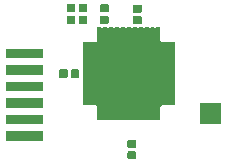
<source format=gbr>
G04 #@! TF.GenerationSoftware,KiCad,Pcbnew,(5.1.2)-1*
G04 #@! TF.CreationDate,2020-11-19T11:24:46+01:00*
G04 #@! TF.ProjectId,HB-ES-PMSwX-Pl_GosoundSP111,48422d45-532d-4504-9d53-77582d506c5f,rev?*
G04 #@! TF.SameCoordinates,Original*
G04 #@! TF.FileFunction,Soldermask,Bot*
G04 #@! TF.FilePolarity,Negative*
%FSLAX46Y46*%
G04 Gerber Fmt 4.6, Leading zero omitted, Abs format (unit mm)*
G04 Created by KiCad (PCBNEW (5.1.2)-1) date 2020-11-19 11:24:46*
%MOMM*%
%LPD*%
G04 APERTURE LIST*
%ADD10C,0.100000*%
G04 APERTURE END LIST*
D10*
G36*
X120296938Y-69963916D02*
G01*
X120317557Y-69970171D01*
X120336553Y-69980324D01*
X120353208Y-69993992D01*
X120366876Y-70010647D01*
X120377029Y-70029643D01*
X120383284Y-70050262D01*
X120386000Y-70077840D01*
X120386000Y-70536560D01*
X120383284Y-70564138D01*
X120377029Y-70584757D01*
X120366876Y-70603753D01*
X120353208Y-70620408D01*
X120336553Y-70634076D01*
X120317557Y-70644229D01*
X120296938Y-70650484D01*
X120269360Y-70653200D01*
X119760640Y-70653200D01*
X119733062Y-70650484D01*
X119712443Y-70644229D01*
X119693447Y-70634076D01*
X119676792Y-70620408D01*
X119663124Y-70603753D01*
X119652971Y-70584757D01*
X119646716Y-70564138D01*
X119644000Y-70536560D01*
X119644000Y-70077840D01*
X119646716Y-70050262D01*
X119652971Y-70029643D01*
X119663124Y-70010647D01*
X119676792Y-69993992D01*
X119693447Y-69980324D01*
X119712443Y-69970171D01*
X119733062Y-69963916D01*
X119760640Y-69961200D01*
X120269360Y-69961200D01*
X120296938Y-69963916D01*
X120296938Y-69963916D01*
G37*
G36*
X120296938Y-68993916D02*
G01*
X120317557Y-69000171D01*
X120336553Y-69010324D01*
X120353208Y-69023992D01*
X120366876Y-69040647D01*
X120377029Y-69059643D01*
X120383284Y-69080262D01*
X120386000Y-69107840D01*
X120386000Y-69566560D01*
X120383284Y-69594138D01*
X120377029Y-69614757D01*
X120366876Y-69633753D01*
X120353208Y-69650408D01*
X120336553Y-69664076D01*
X120317557Y-69674229D01*
X120296938Y-69680484D01*
X120269360Y-69683200D01*
X119760640Y-69683200D01*
X119733062Y-69680484D01*
X119712443Y-69674229D01*
X119693447Y-69664076D01*
X119676792Y-69650408D01*
X119663124Y-69633753D01*
X119652971Y-69614757D01*
X119646716Y-69594138D01*
X119644000Y-69566560D01*
X119644000Y-69107840D01*
X119646716Y-69080262D01*
X119652971Y-69059643D01*
X119663124Y-69040647D01*
X119676792Y-69023992D01*
X119693447Y-69010324D01*
X119712443Y-69000171D01*
X119733062Y-68993916D01*
X119760640Y-68991200D01*
X120269360Y-68991200D01*
X120296938Y-68993916D01*
X120296938Y-68993916D01*
G37*
G36*
X112460100Y-69061000D02*
G01*
X109358100Y-69061000D01*
X109358100Y-68259000D01*
X112460100Y-68259000D01*
X112460100Y-69061000D01*
X112460100Y-69061000D01*
G37*
G36*
X127570800Y-67677600D02*
G01*
X125768800Y-67677600D01*
X125768800Y-65875600D01*
X127570800Y-65875600D01*
X127570800Y-67677600D01*
X127570800Y-67677600D01*
G37*
G36*
X112460100Y-67661000D02*
G01*
X109358100Y-67661000D01*
X109358100Y-66859000D01*
X112460100Y-66859000D01*
X112460100Y-67661000D01*
X112460100Y-67661000D01*
G37*
G36*
X117416355Y-59473483D02*
G01*
X117421029Y-59474901D01*
X117425330Y-59477200D01*
X117431702Y-59482429D01*
X117452076Y-59496043D01*
X117474715Y-59505420D01*
X117498749Y-59510200D01*
X117523253Y-59510200D01*
X117547286Y-59505419D01*
X117569925Y-59496042D01*
X117590298Y-59482429D01*
X117596670Y-59477200D01*
X117600971Y-59474901D01*
X117605645Y-59473483D01*
X117616641Y-59472400D01*
X117905359Y-59472400D01*
X117916355Y-59473483D01*
X117921029Y-59474901D01*
X117925330Y-59477200D01*
X117931702Y-59482429D01*
X117952076Y-59496043D01*
X117974715Y-59505420D01*
X117998749Y-59510200D01*
X118023253Y-59510200D01*
X118047286Y-59505419D01*
X118069925Y-59496042D01*
X118090298Y-59482429D01*
X118096670Y-59477200D01*
X118100971Y-59474901D01*
X118105645Y-59473483D01*
X118116641Y-59472400D01*
X118405359Y-59472400D01*
X118416355Y-59473483D01*
X118421029Y-59474901D01*
X118425330Y-59477200D01*
X118431702Y-59482429D01*
X118452076Y-59496043D01*
X118474715Y-59505420D01*
X118498749Y-59510200D01*
X118523253Y-59510200D01*
X118547286Y-59505419D01*
X118569925Y-59496042D01*
X118590298Y-59482429D01*
X118596670Y-59477200D01*
X118600971Y-59474901D01*
X118605645Y-59473483D01*
X118616641Y-59472400D01*
X118905359Y-59472400D01*
X118916355Y-59473483D01*
X118921029Y-59474901D01*
X118925330Y-59477200D01*
X118931702Y-59482429D01*
X118952076Y-59496043D01*
X118974715Y-59505420D01*
X118998749Y-59510200D01*
X119023253Y-59510200D01*
X119047286Y-59505419D01*
X119069925Y-59496042D01*
X119090298Y-59482429D01*
X119096670Y-59477200D01*
X119100971Y-59474901D01*
X119105645Y-59473483D01*
X119116641Y-59472400D01*
X119405359Y-59472400D01*
X119416355Y-59473483D01*
X119421029Y-59474901D01*
X119425330Y-59477200D01*
X119431702Y-59482429D01*
X119452076Y-59496043D01*
X119474715Y-59505420D01*
X119498749Y-59510200D01*
X119523253Y-59510200D01*
X119547286Y-59505419D01*
X119569925Y-59496042D01*
X119590298Y-59482429D01*
X119596670Y-59477200D01*
X119600971Y-59474901D01*
X119605645Y-59473483D01*
X119616641Y-59472400D01*
X119905359Y-59472400D01*
X119916355Y-59473483D01*
X119921029Y-59474901D01*
X119925330Y-59477200D01*
X119931702Y-59482429D01*
X119952076Y-59496043D01*
X119974715Y-59505420D01*
X119998749Y-59510200D01*
X120023253Y-59510200D01*
X120047286Y-59505419D01*
X120069925Y-59496042D01*
X120090298Y-59482429D01*
X120096670Y-59477200D01*
X120100971Y-59474901D01*
X120105645Y-59473483D01*
X120116641Y-59472400D01*
X120405359Y-59472400D01*
X120416355Y-59473483D01*
X120421029Y-59474901D01*
X120425330Y-59477200D01*
X120431702Y-59482429D01*
X120452076Y-59496043D01*
X120474715Y-59505420D01*
X120498749Y-59510200D01*
X120523253Y-59510200D01*
X120547286Y-59505419D01*
X120569925Y-59496042D01*
X120590298Y-59482429D01*
X120596670Y-59477200D01*
X120600971Y-59474901D01*
X120605645Y-59473483D01*
X120616641Y-59472400D01*
X120905359Y-59472400D01*
X120916355Y-59473483D01*
X120921029Y-59474901D01*
X120925330Y-59477200D01*
X120931702Y-59482429D01*
X120952076Y-59496043D01*
X120974715Y-59505420D01*
X120998749Y-59510200D01*
X121023253Y-59510200D01*
X121047286Y-59505419D01*
X121069925Y-59496042D01*
X121090298Y-59482429D01*
X121096670Y-59477200D01*
X121100971Y-59474901D01*
X121105645Y-59473483D01*
X121116641Y-59472400D01*
X121405359Y-59472400D01*
X121416355Y-59473483D01*
X121421029Y-59474901D01*
X121425330Y-59477200D01*
X121431702Y-59482429D01*
X121452076Y-59496043D01*
X121474715Y-59505420D01*
X121498749Y-59510200D01*
X121523253Y-59510200D01*
X121547286Y-59505419D01*
X121569925Y-59496042D01*
X121590298Y-59482429D01*
X121596670Y-59477200D01*
X121600971Y-59474901D01*
X121605645Y-59473483D01*
X121616641Y-59472400D01*
X121905359Y-59472400D01*
X121916355Y-59473483D01*
X121921029Y-59474901D01*
X121925330Y-59477200D01*
X121931702Y-59482429D01*
X121952076Y-59496043D01*
X121974715Y-59505420D01*
X121998749Y-59510200D01*
X122023253Y-59510200D01*
X122047286Y-59505419D01*
X122069925Y-59496042D01*
X122090298Y-59482429D01*
X122096670Y-59477200D01*
X122100971Y-59474901D01*
X122105645Y-59473483D01*
X122116641Y-59472400D01*
X122405359Y-59472400D01*
X122416355Y-59473483D01*
X122421029Y-59474901D01*
X122425331Y-59477200D01*
X122429104Y-59480296D01*
X122432200Y-59484069D01*
X122434499Y-59488371D01*
X122435917Y-59493045D01*
X122437000Y-59504041D01*
X122437000Y-60597401D01*
X122439402Y-60621787D01*
X122446515Y-60645236D01*
X122458066Y-60666847D01*
X122473611Y-60685789D01*
X122492553Y-60701334D01*
X122514164Y-60712885D01*
X122537613Y-60719998D01*
X122561999Y-60722400D01*
X123655359Y-60722400D01*
X123666355Y-60723483D01*
X123671029Y-60724901D01*
X123675331Y-60727200D01*
X123679104Y-60730296D01*
X123682200Y-60734069D01*
X123684499Y-60738371D01*
X123685917Y-60743045D01*
X123687000Y-60754041D01*
X123687000Y-61042759D01*
X123685917Y-61053755D01*
X123684499Y-61058429D01*
X123682200Y-61062730D01*
X123676971Y-61069102D01*
X123663357Y-61089476D01*
X123653980Y-61112115D01*
X123649200Y-61136149D01*
X123649200Y-61160653D01*
X123653981Y-61184686D01*
X123663358Y-61207325D01*
X123676971Y-61227698D01*
X123682200Y-61234070D01*
X123684499Y-61238371D01*
X123685917Y-61243045D01*
X123687000Y-61254041D01*
X123687000Y-61542759D01*
X123685917Y-61553755D01*
X123684499Y-61558429D01*
X123682200Y-61562730D01*
X123676971Y-61569102D01*
X123663357Y-61589476D01*
X123653980Y-61612115D01*
X123649200Y-61636149D01*
X123649200Y-61660653D01*
X123653981Y-61684686D01*
X123663358Y-61707325D01*
X123676971Y-61727698D01*
X123682200Y-61734070D01*
X123684499Y-61738371D01*
X123685917Y-61743045D01*
X123687000Y-61754041D01*
X123687000Y-62042759D01*
X123685917Y-62053755D01*
X123684499Y-62058429D01*
X123682200Y-62062730D01*
X123676971Y-62069102D01*
X123663357Y-62089476D01*
X123653980Y-62112115D01*
X123649200Y-62136149D01*
X123649200Y-62160653D01*
X123653981Y-62184686D01*
X123663358Y-62207325D01*
X123676971Y-62227698D01*
X123682200Y-62234070D01*
X123684499Y-62238371D01*
X123685917Y-62243045D01*
X123687000Y-62254041D01*
X123687000Y-62542759D01*
X123685917Y-62553755D01*
X123684499Y-62558429D01*
X123682200Y-62562730D01*
X123676971Y-62569102D01*
X123663357Y-62589476D01*
X123653980Y-62612115D01*
X123649200Y-62636149D01*
X123649200Y-62660653D01*
X123653981Y-62684686D01*
X123663358Y-62707325D01*
X123676971Y-62727698D01*
X123682200Y-62734070D01*
X123684499Y-62738371D01*
X123685917Y-62743045D01*
X123687000Y-62754041D01*
X123687000Y-63042759D01*
X123685917Y-63053755D01*
X123684499Y-63058429D01*
X123682200Y-63062730D01*
X123676971Y-63069102D01*
X123663357Y-63089476D01*
X123653980Y-63112115D01*
X123649200Y-63136149D01*
X123649200Y-63160653D01*
X123653981Y-63184686D01*
X123663358Y-63207325D01*
X123676971Y-63227698D01*
X123682200Y-63234070D01*
X123684499Y-63238371D01*
X123685917Y-63243045D01*
X123687000Y-63254041D01*
X123687000Y-63542759D01*
X123685917Y-63553755D01*
X123684499Y-63558429D01*
X123682200Y-63562730D01*
X123676971Y-63569102D01*
X123663357Y-63589476D01*
X123653980Y-63612115D01*
X123649200Y-63636149D01*
X123649200Y-63660653D01*
X123653981Y-63684686D01*
X123663358Y-63707325D01*
X123676971Y-63727698D01*
X123682200Y-63734070D01*
X123684499Y-63738371D01*
X123685917Y-63743045D01*
X123687000Y-63754041D01*
X123687000Y-64042759D01*
X123685917Y-64053755D01*
X123684499Y-64058429D01*
X123682200Y-64062730D01*
X123676971Y-64069102D01*
X123663357Y-64089476D01*
X123653980Y-64112115D01*
X123649200Y-64136149D01*
X123649200Y-64160653D01*
X123653981Y-64184686D01*
X123663358Y-64207325D01*
X123676971Y-64227698D01*
X123682200Y-64234070D01*
X123684499Y-64238371D01*
X123685917Y-64243045D01*
X123687000Y-64254041D01*
X123687000Y-64542759D01*
X123685917Y-64553755D01*
X123684499Y-64558429D01*
X123682200Y-64562730D01*
X123676971Y-64569102D01*
X123663357Y-64589476D01*
X123653980Y-64612115D01*
X123649200Y-64636149D01*
X123649200Y-64660653D01*
X123653981Y-64684686D01*
X123663358Y-64707325D01*
X123676971Y-64727698D01*
X123682200Y-64734070D01*
X123684499Y-64738371D01*
X123685917Y-64743045D01*
X123687000Y-64754041D01*
X123687000Y-65042759D01*
X123685917Y-65053755D01*
X123684499Y-65058429D01*
X123682200Y-65062730D01*
X123676971Y-65069102D01*
X123663357Y-65089476D01*
X123653980Y-65112115D01*
X123649200Y-65136149D01*
X123649200Y-65160653D01*
X123653981Y-65184686D01*
X123663358Y-65207325D01*
X123676971Y-65227698D01*
X123682200Y-65234070D01*
X123684499Y-65238371D01*
X123685917Y-65243045D01*
X123687000Y-65254041D01*
X123687000Y-65542759D01*
X123685917Y-65553755D01*
X123684499Y-65558429D01*
X123682200Y-65562730D01*
X123676971Y-65569102D01*
X123663357Y-65589476D01*
X123653980Y-65612115D01*
X123649200Y-65636149D01*
X123649200Y-65660653D01*
X123653981Y-65684686D01*
X123663358Y-65707325D01*
X123676971Y-65727698D01*
X123682200Y-65734070D01*
X123684499Y-65738371D01*
X123685917Y-65743045D01*
X123687000Y-65754041D01*
X123687000Y-66042759D01*
X123685917Y-66053755D01*
X123684499Y-66058429D01*
X123682200Y-66062731D01*
X123679104Y-66066504D01*
X123675331Y-66069600D01*
X123671029Y-66071899D01*
X123666355Y-66073317D01*
X123655359Y-66074400D01*
X122561999Y-66074400D01*
X122537613Y-66076802D01*
X122514164Y-66083915D01*
X122492553Y-66095466D01*
X122473611Y-66111011D01*
X122458066Y-66129953D01*
X122446515Y-66151564D01*
X122439402Y-66175013D01*
X122437000Y-66199399D01*
X122437000Y-67292759D01*
X122435917Y-67303755D01*
X122434499Y-67308429D01*
X122432200Y-67312731D01*
X122429104Y-67316504D01*
X122425331Y-67319600D01*
X122421029Y-67321899D01*
X122416355Y-67323317D01*
X122405359Y-67324400D01*
X122116641Y-67324400D01*
X122105645Y-67323317D01*
X122100971Y-67321899D01*
X122096670Y-67319600D01*
X122090298Y-67314371D01*
X122069924Y-67300757D01*
X122047285Y-67291380D01*
X122023251Y-67286600D01*
X121998747Y-67286600D01*
X121974714Y-67291381D01*
X121952075Y-67300758D01*
X121931702Y-67314371D01*
X121925330Y-67319600D01*
X121921029Y-67321899D01*
X121916355Y-67323317D01*
X121905359Y-67324400D01*
X121616641Y-67324400D01*
X121605645Y-67323317D01*
X121600971Y-67321899D01*
X121596670Y-67319600D01*
X121590298Y-67314371D01*
X121569924Y-67300757D01*
X121547285Y-67291380D01*
X121523251Y-67286600D01*
X121498747Y-67286600D01*
X121474714Y-67291381D01*
X121452075Y-67300758D01*
X121431702Y-67314371D01*
X121425330Y-67319600D01*
X121421029Y-67321899D01*
X121416355Y-67323317D01*
X121405359Y-67324400D01*
X121116641Y-67324400D01*
X121105645Y-67323317D01*
X121100971Y-67321899D01*
X121096670Y-67319600D01*
X121090298Y-67314371D01*
X121069924Y-67300757D01*
X121047285Y-67291380D01*
X121023251Y-67286600D01*
X120998747Y-67286600D01*
X120974714Y-67291381D01*
X120952075Y-67300758D01*
X120931702Y-67314371D01*
X120925330Y-67319600D01*
X120921029Y-67321899D01*
X120916355Y-67323317D01*
X120905359Y-67324400D01*
X120616641Y-67324400D01*
X120605645Y-67323317D01*
X120600971Y-67321899D01*
X120596670Y-67319600D01*
X120590298Y-67314371D01*
X120569924Y-67300757D01*
X120547285Y-67291380D01*
X120523251Y-67286600D01*
X120498747Y-67286600D01*
X120474714Y-67291381D01*
X120452075Y-67300758D01*
X120431702Y-67314371D01*
X120425330Y-67319600D01*
X120421029Y-67321899D01*
X120416355Y-67323317D01*
X120405359Y-67324400D01*
X120116641Y-67324400D01*
X120105645Y-67323317D01*
X120100971Y-67321899D01*
X120096670Y-67319600D01*
X120090298Y-67314371D01*
X120069924Y-67300757D01*
X120047285Y-67291380D01*
X120023251Y-67286600D01*
X119998747Y-67286600D01*
X119974714Y-67291381D01*
X119952075Y-67300758D01*
X119931702Y-67314371D01*
X119925330Y-67319600D01*
X119921029Y-67321899D01*
X119916355Y-67323317D01*
X119905359Y-67324400D01*
X119616641Y-67324400D01*
X119605645Y-67323317D01*
X119600971Y-67321899D01*
X119596670Y-67319600D01*
X119590298Y-67314371D01*
X119569924Y-67300757D01*
X119547285Y-67291380D01*
X119523251Y-67286600D01*
X119498747Y-67286600D01*
X119474714Y-67291381D01*
X119452075Y-67300758D01*
X119431702Y-67314371D01*
X119425330Y-67319600D01*
X119421029Y-67321899D01*
X119416355Y-67323317D01*
X119405359Y-67324400D01*
X119116641Y-67324400D01*
X119105645Y-67323317D01*
X119100971Y-67321899D01*
X119096670Y-67319600D01*
X119090298Y-67314371D01*
X119069924Y-67300757D01*
X119047285Y-67291380D01*
X119023251Y-67286600D01*
X118998747Y-67286600D01*
X118974714Y-67291381D01*
X118952075Y-67300758D01*
X118931702Y-67314371D01*
X118925330Y-67319600D01*
X118921029Y-67321899D01*
X118916355Y-67323317D01*
X118905359Y-67324400D01*
X118616641Y-67324400D01*
X118605645Y-67323317D01*
X118600971Y-67321899D01*
X118596670Y-67319600D01*
X118590298Y-67314371D01*
X118569924Y-67300757D01*
X118547285Y-67291380D01*
X118523251Y-67286600D01*
X118498747Y-67286600D01*
X118474714Y-67291381D01*
X118452075Y-67300758D01*
X118431702Y-67314371D01*
X118425330Y-67319600D01*
X118421029Y-67321899D01*
X118416355Y-67323317D01*
X118405359Y-67324400D01*
X118116641Y-67324400D01*
X118105645Y-67323317D01*
X118100971Y-67321899D01*
X118096670Y-67319600D01*
X118090298Y-67314371D01*
X118069924Y-67300757D01*
X118047285Y-67291380D01*
X118023251Y-67286600D01*
X117998747Y-67286600D01*
X117974714Y-67291381D01*
X117952075Y-67300758D01*
X117931702Y-67314371D01*
X117925330Y-67319600D01*
X117921029Y-67321899D01*
X117916355Y-67323317D01*
X117905359Y-67324400D01*
X117616641Y-67324400D01*
X117605645Y-67323317D01*
X117600971Y-67321899D01*
X117596670Y-67319600D01*
X117590298Y-67314371D01*
X117569924Y-67300757D01*
X117547285Y-67291380D01*
X117523251Y-67286600D01*
X117498747Y-67286600D01*
X117474714Y-67291381D01*
X117452075Y-67300758D01*
X117431702Y-67314371D01*
X117425330Y-67319600D01*
X117421029Y-67321899D01*
X117416355Y-67323317D01*
X117405359Y-67324400D01*
X117116641Y-67324400D01*
X117105645Y-67323317D01*
X117100971Y-67321899D01*
X117096669Y-67319600D01*
X117092896Y-67316504D01*
X117089800Y-67312731D01*
X117087501Y-67308429D01*
X117086083Y-67303755D01*
X117085000Y-67292759D01*
X117085000Y-66199399D01*
X117082598Y-66175013D01*
X117075485Y-66151564D01*
X117063934Y-66129953D01*
X117048389Y-66111011D01*
X117029447Y-66095466D01*
X117007836Y-66083915D01*
X116984387Y-66076802D01*
X116960001Y-66074400D01*
X115866641Y-66074400D01*
X115855645Y-66073317D01*
X115850971Y-66071899D01*
X115846669Y-66069600D01*
X115842896Y-66066504D01*
X115839800Y-66062731D01*
X115837501Y-66058429D01*
X115836083Y-66053755D01*
X115835000Y-66042759D01*
X115835000Y-65754041D01*
X115836083Y-65743045D01*
X115837501Y-65738371D01*
X115839800Y-65734070D01*
X115845029Y-65727698D01*
X115858643Y-65707324D01*
X115868020Y-65684685D01*
X115872800Y-65660651D01*
X115872800Y-65636147D01*
X115868019Y-65612114D01*
X115858642Y-65589475D01*
X115845029Y-65569102D01*
X115839800Y-65562730D01*
X115837501Y-65558429D01*
X115836083Y-65553755D01*
X115835000Y-65542759D01*
X115835000Y-65254041D01*
X115836083Y-65243045D01*
X115837501Y-65238371D01*
X115839800Y-65234070D01*
X115845029Y-65227698D01*
X115858643Y-65207324D01*
X115868020Y-65184685D01*
X115872800Y-65160651D01*
X115872800Y-65136147D01*
X115868019Y-65112114D01*
X115858642Y-65089475D01*
X115845029Y-65069102D01*
X115839800Y-65062730D01*
X115837501Y-65058429D01*
X115836083Y-65053755D01*
X115835000Y-65042759D01*
X115835000Y-64754041D01*
X115836083Y-64743045D01*
X115837501Y-64738371D01*
X115839800Y-64734070D01*
X115845029Y-64727698D01*
X115858643Y-64707324D01*
X115868020Y-64684685D01*
X115872800Y-64660651D01*
X115872800Y-64636147D01*
X115868019Y-64612114D01*
X115858642Y-64589475D01*
X115845029Y-64569102D01*
X115839800Y-64562730D01*
X115837501Y-64558429D01*
X115836083Y-64553755D01*
X115835000Y-64542759D01*
X115835000Y-64254041D01*
X115836083Y-64243045D01*
X115837501Y-64238371D01*
X115839800Y-64234070D01*
X115845029Y-64227698D01*
X115858643Y-64207324D01*
X115868020Y-64184685D01*
X115872800Y-64160651D01*
X115872800Y-64136147D01*
X115868019Y-64112114D01*
X115858642Y-64089475D01*
X115845029Y-64069102D01*
X115839800Y-64062730D01*
X115837501Y-64058429D01*
X115836083Y-64053755D01*
X115835000Y-64042759D01*
X115835000Y-63754041D01*
X115836083Y-63743045D01*
X115837501Y-63738371D01*
X115839800Y-63734070D01*
X115845029Y-63727698D01*
X115858643Y-63707324D01*
X115868020Y-63684685D01*
X115872800Y-63660651D01*
X115872800Y-63636147D01*
X115868019Y-63612114D01*
X115858642Y-63589475D01*
X115845029Y-63569102D01*
X115839800Y-63562730D01*
X115837501Y-63558429D01*
X115836083Y-63553755D01*
X115835000Y-63542759D01*
X115835000Y-63254041D01*
X115836083Y-63243045D01*
X115837501Y-63238371D01*
X115839800Y-63234070D01*
X115845029Y-63227698D01*
X115858643Y-63207324D01*
X115868020Y-63184685D01*
X115872800Y-63160651D01*
X115872800Y-63136147D01*
X115868019Y-63112114D01*
X115858642Y-63089475D01*
X115845029Y-63069102D01*
X115839800Y-63062730D01*
X115837501Y-63058429D01*
X115836083Y-63053755D01*
X115835000Y-63042759D01*
X115835000Y-62754041D01*
X115836083Y-62743045D01*
X115837501Y-62738371D01*
X115839800Y-62734070D01*
X115845029Y-62727698D01*
X115858643Y-62707324D01*
X115868020Y-62684685D01*
X115872800Y-62660651D01*
X115872800Y-62636147D01*
X115868019Y-62612114D01*
X115858642Y-62589475D01*
X115845029Y-62569102D01*
X115839800Y-62562730D01*
X115837501Y-62558429D01*
X115836083Y-62553755D01*
X115835000Y-62542759D01*
X115835000Y-62254041D01*
X115836083Y-62243045D01*
X115837501Y-62238371D01*
X115839800Y-62234070D01*
X115845029Y-62227698D01*
X115858643Y-62207324D01*
X115868020Y-62184685D01*
X115872800Y-62160651D01*
X115872800Y-62136147D01*
X115868019Y-62112114D01*
X115858642Y-62089475D01*
X115845029Y-62069102D01*
X115839800Y-62062730D01*
X115837501Y-62058429D01*
X115836083Y-62053755D01*
X115835000Y-62042759D01*
X115835000Y-61754041D01*
X115836083Y-61743045D01*
X115837501Y-61738371D01*
X115839800Y-61734070D01*
X115845029Y-61727698D01*
X115858643Y-61707324D01*
X115868020Y-61684685D01*
X115872800Y-61660651D01*
X115872800Y-61636147D01*
X115868019Y-61612114D01*
X115858642Y-61589475D01*
X115845029Y-61569102D01*
X115839800Y-61562730D01*
X115837501Y-61558429D01*
X115836083Y-61553755D01*
X115835000Y-61542759D01*
X115835000Y-61254041D01*
X115836083Y-61243045D01*
X115837501Y-61238371D01*
X115839800Y-61234070D01*
X115845029Y-61227698D01*
X115858643Y-61207324D01*
X115868020Y-61184685D01*
X115872800Y-61160651D01*
X115872800Y-61136147D01*
X115868019Y-61112114D01*
X115858642Y-61089475D01*
X115845029Y-61069102D01*
X115839800Y-61062730D01*
X115837501Y-61058429D01*
X115836083Y-61053755D01*
X115835000Y-61042759D01*
X115835000Y-60754041D01*
X115836083Y-60743045D01*
X115837501Y-60738371D01*
X115839800Y-60734069D01*
X115842896Y-60730296D01*
X115846669Y-60727200D01*
X115850971Y-60724901D01*
X115855645Y-60723483D01*
X115866641Y-60722400D01*
X116960001Y-60722400D01*
X116984387Y-60719998D01*
X117007836Y-60712885D01*
X117029447Y-60701334D01*
X117048389Y-60685789D01*
X117063934Y-60666847D01*
X117075485Y-60645236D01*
X117082598Y-60621787D01*
X117085000Y-60597401D01*
X117085000Y-59504041D01*
X117086083Y-59493045D01*
X117087501Y-59488371D01*
X117089800Y-59484069D01*
X117092896Y-59480296D01*
X117096669Y-59477200D01*
X117100971Y-59474901D01*
X117105645Y-59473483D01*
X117116641Y-59472400D01*
X117405359Y-59472400D01*
X117416355Y-59473483D01*
X117416355Y-59473483D01*
G37*
G36*
X112460100Y-66261000D02*
G01*
X109358100Y-66261000D01*
X109358100Y-65459000D01*
X112460100Y-65459000D01*
X112460100Y-66261000D01*
X112460100Y-66261000D01*
G37*
G36*
X112460100Y-64861000D02*
G01*
X109358100Y-64861000D01*
X109358100Y-64059000D01*
X112460100Y-64059000D01*
X112460100Y-64861000D01*
X112460100Y-64861000D01*
G37*
G36*
X114480738Y-63030116D02*
G01*
X114501357Y-63036371D01*
X114520353Y-63046524D01*
X114537008Y-63060192D01*
X114550676Y-63076847D01*
X114560829Y-63095843D01*
X114567084Y-63116462D01*
X114569800Y-63144040D01*
X114569800Y-63652760D01*
X114567084Y-63680338D01*
X114560829Y-63700957D01*
X114550676Y-63719953D01*
X114537008Y-63736608D01*
X114520353Y-63750276D01*
X114501357Y-63760429D01*
X114480738Y-63766684D01*
X114453160Y-63769400D01*
X113994440Y-63769400D01*
X113966862Y-63766684D01*
X113946243Y-63760429D01*
X113927247Y-63750276D01*
X113910592Y-63736608D01*
X113896924Y-63719953D01*
X113886771Y-63700957D01*
X113880516Y-63680338D01*
X113877800Y-63652760D01*
X113877800Y-63144040D01*
X113880516Y-63116462D01*
X113886771Y-63095843D01*
X113896924Y-63076847D01*
X113910592Y-63060192D01*
X113927247Y-63046524D01*
X113946243Y-63036371D01*
X113966862Y-63030116D01*
X113994440Y-63027400D01*
X114453160Y-63027400D01*
X114480738Y-63030116D01*
X114480738Y-63030116D01*
G37*
G36*
X115450738Y-63030116D02*
G01*
X115471357Y-63036371D01*
X115490353Y-63046524D01*
X115507008Y-63060192D01*
X115520676Y-63076847D01*
X115530829Y-63095843D01*
X115537084Y-63116462D01*
X115539800Y-63144040D01*
X115539800Y-63652760D01*
X115537084Y-63680338D01*
X115530829Y-63700957D01*
X115520676Y-63719953D01*
X115507008Y-63736608D01*
X115490353Y-63750276D01*
X115471357Y-63760429D01*
X115450738Y-63766684D01*
X115423160Y-63769400D01*
X114964440Y-63769400D01*
X114936862Y-63766684D01*
X114916243Y-63760429D01*
X114897247Y-63750276D01*
X114880592Y-63736608D01*
X114866924Y-63719953D01*
X114856771Y-63700957D01*
X114850516Y-63680338D01*
X114847800Y-63652760D01*
X114847800Y-63144040D01*
X114850516Y-63116462D01*
X114856771Y-63095843D01*
X114866924Y-63076847D01*
X114880592Y-63060192D01*
X114897247Y-63046524D01*
X114916243Y-63036371D01*
X114936862Y-63030116D01*
X114964440Y-63027400D01*
X115423160Y-63027400D01*
X115450738Y-63030116D01*
X115450738Y-63030116D01*
G37*
G36*
X112460100Y-63461000D02*
G01*
X109358100Y-63461000D01*
X109358100Y-62659000D01*
X112460100Y-62659000D01*
X112460100Y-63461000D01*
X112460100Y-63461000D01*
G37*
G36*
X112460100Y-62061000D02*
G01*
X109358100Y-62061000D01*
X109358100Y-61259000D01*
X112460100Y-61259000D01*
X112460100Y-62061000D01*
X112460100Y-62061000D01*
G37*
G36*
X120754138Y-58508516D02*
G01*
X120774757Y-58514771D01*
X120793753Y-58524924D01*
X120810408Y-58538592D01*
X120824076Y-58555247D01*
X120834229Y-58574243D01*
X120840484Y-58594862D01*
X120843200Y-58622440D01*
X120843200Y-59081160D01*
X120840484Y-59108738D01*
X120834229Y-59129357D01*
X120824076Y-59148353D01*
X120810408Y-59165008D01*
X120793753Y-59178676D01*
X120774757Y-59188829D01*
X120754138Y-59195084D01*
X120726560Y-59197800D01*
X120217840Y-59197800D01*
X120190262Y-59195084D01*
X120169643Y-59188829D01*
X120150647Y-59178676D01*
X120133992Y-59165008D01*
X120120324Y-59148353D01*
X120110171Y-59129357D01*
X120103916Y-59108738D01*
X120101200Y-59081160D01*
X120101200Y-58622440D01*
X120103916Y-58594862D01*
X120110171Y-58574243D01*
X120120324Y-58555247D01*
X120133992Y-58538592D01*
X120150647Y-58524924D01*
X120169643Y-58514771D01*
X120190262Y-58508516D01*
X120217840Y-58505800D01*
X120726560Y-58505800D01*
X120754138Y-58508516D01*
X120754138Y-58508516D01*
G37*
G36*
X115140738Y-58487916D02*
G01*
X115161357Y-58494171D01*
X115180353Y-58504324D01*
X115197008Y-58517992D01*
X115210676Y-58534647D01*
X115220829Y-58553643D01*
X115227084Y-58574262D01*
X115229800Y-58601840D01*
X115229800Y-59060560D01*
X115227084Y-59088138D01*
X115220829Y-59108757D01*
X115210676Y-59127753D01*
X115197008Y-59144408D01*
X115180353Y-59158076D01*
X115161357Y-59168229D01*
X115140738Y-59174484D01*
X115113160Y-59177200D01*
X114604440Y-59177200D01*
X114576862Y-59174484D01*
X114556243Y-59168229D01*
X114537247Y-59158076D01*
X114520592Y-59144408D01*
X114506924Y-59127753D01*
X114496771Y-59108757D01*
X114490516Y-59088138D01*
X114487800Y-59060560D01*
X114487800Y-58601840D01*
X114490516Y-58574262D01*
X114496771Y-58553643D01*
X114506924Y-58534647D01*
X114520592Y-58517992D01*
X114537247Y-58504324D01*
X114556243Y-58494171D01*
X114576862Y-58487916D01*
X114604440Y-58485200D01*
X115113160Y-58485200D01*
X115140738Y-58487916D01*
X115140738Y-58487916D01*
G37*
G36*
X116156738Y-58487916D02*
G01*
X116177357Y-58494171D01*
X116196353Y-58504324D01*
X116213008Y-58517992D01*
X116226676Y-58534647D01*
X116236829Y-58553643D01*
X116243084Y-58574262D01*
X116245800Y-58601840D01*
X116245800Y-59060560D01*
X116243084Y-59088138D01*
X116236829Y-59108757D01*
X116226676Y-59127753D01*
X116213008Y-59144408D01*
X116196353Y-59158076D01*
X116177357Y-59168229D01*
X116156738Y-59174484D01*
X116129160Y-59177200D01*
X115620440Y-59177200D01*
X115592862Y-59174484D01*
X115572243Y-59168229D01*
X115553247Y-59158076D01*
X115536592Y-59144408D01*
X115522924Y-59127753D01*
X115512771Y-59108757D01*
X115506516Y-59088138D01*
X115503800Y-59060560D01*
X115503800Y-58601840D01*
X115506516Y-58574262D01*
X115512771Y-58553643D01*
X115522924Y-58534647D01*
X115536592Y-58517992D01*
X115553247Y-58504324D01*
X115572243Y-58494171D01*
X115592862Y-58487916D01*
X115620440Y-58485200D01*
X116129160Y-58485200D01*
X116156738Y-58487916D01*
X116156738Y-58487916D01*
G37*
G36*
X117960138Y-58485516D02*
G01*
X117980757Y-58491771D01*
X117999753Y-58501924D01*
X118016408Y-58515592D01*
X118030076Y-58532247D01*
X118040229Y-58551243D01*
X118046484Y-58571862D01*
X118049200Y-58599440D01*
X118049200Y-59058160D01*
X118046484Y-59085738D01*
X118040229Y-59106357D01*
X118030076Y-59125353D01*
X118016408Y-59142008D01*
X117999753Y-59155676D01*
X117980757Y-59165829D01*
X117960138Y-59172084D01*
X117932560Y-59174800D01*
X117423840Y-59174800D01*
X117396262Y-59172084D01*
X117375643Y-59165829D01*
X117356647Y-59155676D01*
X117339992Y-59142008D01*
X117326324Y-59125353D01*
X117316171Y-59106357D01*
X117309916Y-59085738D01*
X117307200Y-59058160D01*
X117307200Y-58599440D01*
X117309916Y-58571862D01*
X117316171Y-58551243D01*
X117326324Y-58532247D01*
X117339992Y-58515592D01*
X117356647Y-58501924D01*
X117375643Y-58491771D01*
X117396262Y-58485516D01*
X117423840Y-58482800D01*
X117932560Y-58482800D01*
X117960138Y-58485516D01*
X117960138Y-58485516D01*
G37*
G36*
X120754138Y-57538516D02*
G01*
X120774757Y-57544771D01*
X120793753Y-57554924D01*
X120810408Y-57568592D01*
X120824076Y-57585247D01*
X120834229Y-57604243D01*
X120840484Y-57624862D01*
X120843200Y-57652440D01*
X120843200Y-58111160D01*
X120840484Y-58138738D01*
X120834229Y-58159357D01*
X120824076Y-58178353D01*
X120810408Y-58195008D01*
X120793753Y-58208676D01*
X120774757Y-58218829D01*
X120754138Y-58225084D01*
X120726560Y-58227800D01*
X120217840Y-58227800D01*
X120190262Y-58225084D01*
X120169643Y-58218829D01*
X120150647Y-58208676D01*
X120133992Y-58195008D01*
X120120324Y-58178353D01*
X120110171Y-58159357D01*
X120103916Y-58138738D01*
X120101200Y-58111160D01*
X120101200Y-57652440D01*
X120103916Y-57624862D01*
X120110171Y-57604243D01*
X120120324Y-57585247D01*
X120133992Y-57568592D01*
X120150647Y-57554924D01*
X120169643Y-57544771D01*
X120190262Y-57538516D01*
X120217840Y-57535800D01*
X120726560Y-57535800D01*
X120754138Y-57538516D01*
X120754138Y-57538516D01*
G37*
G36*
X115140738Y-57517916D02*
G01*
X115161357Y-57524171D01*
X115180353Y-57534324D01*
X115197008Y-57547992D01*
X115210676Y-57564647D01*
X115220829Y-57583643D01*
X115227084Y-57604262D01*
X115229800Y-57631840D01*
X115229800Y-58090560D01*
X115227084Y-58118138D01*
X115220829Y-58138757D01*
X115210676Y-58157753D01*
X115197008Y-58174408D01*
X115180353Y-58188076D01*
X115161357Y-58198229D01*
X115140738Y-58204484D01*
X115113160Y-58207200D01*
X114604440Y-58207200D01*
X114576862Y-58204484D01*
X114556243Y-58198229D01*
X114537247Y-58188076D01*
X114520592Y-58174408D01*
X114506924Y-58157753D01*
X114496771Y-58138757D01*
X114490516Y-58118138D01*
X114487800Y-58090560D01*
X114487800Y-57631840D01*
X114490516Y-57604262D01*
X114496771Y-57583643D01*
X114506924Y-57564647D01*
X114520592Y-57547992D01*
X114537247Y-57534324D01*
X114556243Y-57524171D01*
X114576862Y-57517916D01*
X114604440Y-57515200D01*
X115113160Y-57515200D01*
X115140738Y-57517916D01*
X115140738Y-57517916D01*
G37*
G36*
X116156738Y-57517916D02*
G01*
X116177357Y-57524171D01*
X116196353Y-57534324D01*
X116213008Y-57547992D01*
X116226676Y-57564647D01*
X116236829Y-57583643D01*
X116243084Y-57604262D01*
X116245800Y-57631840D01*
X116245800Y-58090560D01*
X116243084Y-58118138D01*
X116236829Y-58138757D01*
X116226676Y-58157753D01*
X116213008Y-58174408D01*
X116196353Y-58188076D01*
X116177357Y-58198229D01*
X116156738Y-58204484D01*
X116129160Y-58207200D01*
X115620440Y-58207200D01*
X115592862Y-58204484D01*
X115572243Y-58198229D01*
X115553247Y-58188076D01*
X115536592Y-58174408D01*
X115522924Y-58157753D01*
X115512771Y-58138757D01*
X115506516Y-58118138D01*
X115503800Y-58090560D01*
X115503800Y-57631840D01*
X115506516Y-57604262D01*
X115512771Y-57583643D01*
X115522924Y-57564647D01*
X115536592Y-57547992D01*
X115553247Y-57534324D01*
X115572243Y-57524171D01*
X115592862Y-57517916D01*
X115620440Y-57515200D01*
X116129160Y-57515200D01*
X116156738Y-57517916D01*
X116156738Y-57517916D01*
G37*
G36*
X117960138Y-57515516D02*
G01*
X117980757Y-57521771D01*
X117999753Y-57531924D01*
X118016408Y-57545592D01*
X118030076Y-57562247D01*
X118040229Y-57581243D01*
X118046484Y-57601862D01*
X118049200Y-57629440D01*
X118049200Y-58088160D01*
X118046484Y-58115738D01*
X118040229Y-58136357D01*
X118030076Y-58155353D01*
X118016408Y-58172008D01*
X117999753Y-58185676D01*
X117980757Y-58195829D01*
X117960138Y-58202084D01*
X117932560Y-58204800D01*
X117423840Y-58204800D01*
X117396262Y-58202084D01*
X117375643Y-58195829D01*
X117356647Y-58185676D01*
X117339992Y-58172008D01*
X117326324Y-58155353D01*
X117316171Y-58136357D01*
X117309916Y-58115738D01*
X117307200Y-58088160D01*
X117307200Y-57629440D01*
X117309916Y-57601862D01*
X117316171Y-57581243D01*
X117326324Y-57562247D01*
X117339992Y-57545592D01*
X117356647Y-57531924D01*
X117375643Y-57521771D01*
X117396262Y-57515516D01*
X117423840Y-57512800D01*
X117932560Y-57512800D01*
X117960138Y-57515516D01*
X117960138Y-57515516D01*
G37*
M02*

</source>
